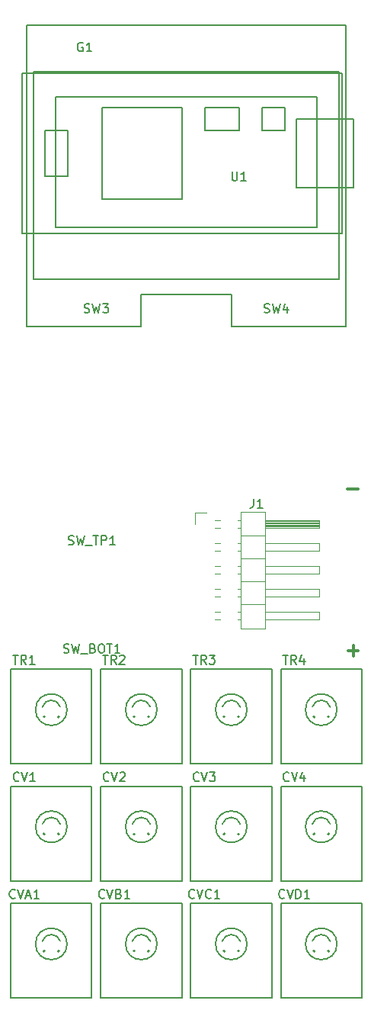
<source format=gbr>
G04 #@! TF.FileFunction,Legend,Top*
%FSLAX46Y46*%
G04 Gerber Fmt 4.6, Leading zero omitted, Abs format (unit mm)*
G04 Created by KiCad (PCBNEW 4.0.6) date 2018 February 05, Monday 13:52:32*
%MOMM*%
%LPD*%
G01*
G04 APERTURE LIST*
%ADD10C,0.100000*%
%ADD11C,0.300000*%
%ADD12C,0.120000*%
%ADD13C,0.150000*%
%ADD14C,0.200000*%
G04 APERTURE END LIST*
D10*
D11*
X39121428Y-69457143D02*
X37978571Y-69457143D01*
X38550000Y-70028571D02*
X38550000Y-68885714D01*
X39071428Y-51507143D02*
X37928571Y-51507143D01*
D12*
X26050000Y-54030000D02*
X26050000Y-56690000D01*
X26050000Y-56690000D02*
X28790000Y-56690000D01*
X28790000Y-56690000D02*
X28790000Y-54030000D01*
X28790000Y-54030000D02*
X26050000Y-54030000D01*
X28790000Y-54980000D02*
X28790000Y-55860000D01*
X28790000Y-55860000D02*
X34790000Y-55860000D01*
X34790000Y-55860000D02*
X34790000Y-54980000D01*
X34790000Y-54980000D02*
X28790000Y-54980000D01*
X25740000Y-54980000D02*
X26050000Y-54980000D01*
X25740000Y-55860000D02*
X26050000Y-55860000D01*
X23200000Y-54980000D02*
X23800000Y-54980000D01*
X23200000Y-55860000D02*
X23800000Y-55860000D01*
X28790000Y-55100000D02*
X34790000Y-55100000D01*
X28790000Y-55220000D02*
X34790000Y-55220000D01*
X28790000Y-55340000D02*
X34790000Y-55340000D01*
X28790000Y-55460000D02*
X34790000Y-55460000D01*
X28790000Y-55580000D02*
X34790000Y-55580000D01*
X28790000Y-55700000D02*
X34790000Y-55700000D01*
X28790000Y-55820000D02*
X34790000Y-55820000D01*
X26050000Y-56690000D02*
X26050000Y-59230000D01*
X26050000Y-59230000D02*
X28790000Y-59230000D01*
X28790000Y-59230000D02*
X28790000Y-56690000D01*
X28790000Y-56690000D02*
X26050000Y-56690000D01*
X28790000Y-57520000D02*
X28790000Y-58400000D01*
X28790000Y-58400000D02*
X34790000Y-58400000D01*
X34790000Y-58400000D02*
X34790000Y-57520000D01*
X34790000Y-57520000D02*
X28790000Y-57520000D01*
X25740000Y-57520000D02*
X26050000Y-57520000D01*
X25740000Y-58400000D02*
X26050000Y-58400000D01*
X23200000Y-57520000D02*
X23800000Y-57520000D01*
X23200000Y-58400000D02*
X23800000Y-58400000D01*
X26050000Y-59230000D02*
X26050000Y-61770000D01*
X26050000Y-61770000D02*
X28790000Y-61770000D01*
X28790000Y-61770000D02*
X28790000Y-59230000D01*
X28790000Y-59230000D02*
X26050000Y-59230000D01*
X28790000Y-60060000D02*
X28790000Y-60940000D01*
X28790000Y-60940000D02*
X34790000Y-60940000D01*
X34790000Y-60940000D02*
X34790000Y-60060000D01*
X34790000Y-60060000D02*
X28790000Y-60060000D01*
X25740000Y-60060000D02*
X26050000Y-60060000D01*
X25740000Y-60940000D02*
X26050000Y-60940000D01*
X23200000Y-60060000D02*
X23800000Y-60060000D01*
X23200000Y-60940000D02*
X23800000Y-60940000D01*
X26050000Y-61770000D02*
X26050000Y-64310000D01*
X26050000Y-64310000D02*
X28790000Y-64310000D01*
X28790000Y-64310000D02*
X28790000Y-61770000D01*
X28790000Y-61770000D02*
X26050000Y-61770000D01*
X28790000Y-62600000D02*
X28790000Y-63480000D01*
X28790000Y-63480000D02*
X34790000Y-63480000D01*
X34790000Y-63480000D02*
X34790000Y-62600000D01*
X34790000Y-62600000D02*
X28790000Y-62600000D01*
X25740000Y-62600000D02*
X26050000Y-62600000D01*
X25740000Y-63480000D02*
X26050000Y-63480000D01*
X23200000Y-62600000D02*
X23800000Y-62600000D01*
X23200000Y-63480000D02*
X23800000Y-63480000D01*
X26050000Y-64310000D02*
X26050000Y-66970000D01*
X26050000Y-66970000D02*
X28790000Y-66970000D01*
X28790000Y-66970000D02*
X28790000Y-64310000D01*
X28790000Y-64310000D02*
X26050000Y-64310000D01*
X28790000Y-65140000D02*
X28790000Y-66020000D01*
X28790000Y-66020000D02*
X34790000Y-66020000D01*
X34790000Y-66020000D02*
X34790000Y-65140000D01*
X34790000Y-65140000D02*
X28790000Y-65140000D01*
X25740000Y-65140000D02*
X26050000Y-65140000D01*
X25740000Y-66020000D02*
X26050000Y-66020000D01*
X23200000Y-65140000D02*
X23800000Y-65140000D01*
X23200000Y-66020000D02*
X23800000Y-66020000D01*
X20960000Y-55420000D02*
X20960000Y-54150000D01*
X20960000Y-54150000D02*
X22230000Y-54150000D01*
D13*
X37280000Y-10490000D02*
X38550000Y-10490000D01*
X38550000Y-10490000D02*
X38550000Y-18110000D01*
X38550000Y-18110000D02*
X37280000Y-18110000D01*
X25850000Y-9220000D02*
X22040000Y-9220000D01*
X22040000Y-9220000D02*
X22040000Y-11760000D01*
X22040000Y-11760000D02*
X25850000Y-11760000D01*
X25850000Y-11760000D02*
X25850000Y-9220000D01*
X32200000Y-10490000D02*
X32200000Y-18110000D01*
X32200000Y-18110000D02*
X37280000Y-18110000D01*
X32200000Y-10490000D02*
X37280000Y-10490000D01*
X30930000Y-9220000D02*
X28390000Y-9220000D01*
X28390000Y-9220000D02*
X28390000Y-11760000D01*
X28390000Y-11760000D02*
X30930000Y-11760000D01*
X30930000Y-11760000D02*
X30930000Y-9220000D01*
X4260000Y-16840000D02*
X4260000Y-11760000D01*
X4260000Y-11760000D02*
X6800000Y-11760000D01*
X6800000Y-11760000D02*
X6800000Y-16840000D01*
X6800000Y-16840000D02*
X4260000Y-16840000D01*
X10610000Y-9220000D02*
X10610000Y-19380000D01*
X19500000Y-19380000D02*
X19500000Y-9220000D01*
X10610000Y-19380000D02*
X19500000Y-19380000D01*
X10610000Y-9220000D02*
X19500000Y-9220000D01*
X37280000Y-23190000D02*
X1720000Y-23190000D01*
X1720000Y-23190000D02*
X1720000Y-5410000D01*
X1720000Y-5410000D02*
X37280000Y-5410000D01*
X37280000Y-5410000D02*
X37280000Y-23190000D01*
X6000000Y-75700000D02*
G75*
G03X4000000Y-75700000I-1000000J-300000D01*
G01*
D14*
X4300000Y-76800000D02*
G75*
G03X4300000Y-76800000I-100000J0D01*
G01*
X5900000Y-76800000D02*
G75*
G03X5900000Y-76800000I-100000J0D01*
G01*
D13*
X6750000Y-76000000D02*
G75*
G03X6750000Y-76000000I-1750000J0D01*
G01*
X9500000Y-82000000D02*
X500000Y-82000000D01*
X500000Y-82000000D02*
X500000Y-71500000D01*
X500000Y-71500000D02*
X9500000Y-71500000D01*
X9500000Y-71500000D02*
X9500000Y-82000000D01*
X16000000Y-75700000D02*
G75*
G03X14000000Y-75700000I-1000000J-300000D01*
G01*
D14*
X14300000Y-76800000D02*
G75*
G03X14300000Y-76800000I-100000J0D01*
G01*
X15900000Y-76800000D02*
G75*
G03X15900000Y-76800000I-100000J0D01*
G01*
D13*
X16750000Y-76000000D02*
G75*
G03X16750000Y-76000000I-1750000J0D01*
G01*
X19500000Y-82000000D02*
X10500000Y-82000000D01*
X10500000Y-82000000D02*
X10500000Y-71500000D01*
X10500000Y-71500000D02*
X19500000Y-71500000D01*
X19500000Y-71500000D02*
X19500000Y-82000000D01*
X26000000Y-75700000D02*
G75*
G03X24000000Y-75700000I-1000000J-300000D01*
G01*
D14*
X24300000Y-76800000D02*
G75*
G03X24300000Y-76800000I-100000J0D01*
G01*
X25900000Y-76800000D02*
G75*
G03X25900000Y-76800000I-100000J0D01*
G01*
D13*
X26750000Y-76000000D02*
G75*
G03X26750000Y-76000000I-1750000J0D01*
G01*
X29500000Y-82000000D02*
X20500000Y-82000000D01*
X20500000Y-82000000D02*
X20500000Y-71500000D01*
X20500000Y-71500000D02*
X29500000Y-71500000D01*
X29500000Y-71500000D02*
X29500000Y-82000000D01*
X36000000Y-75700000D02*
G75*
G03X34000000Y-75700000I-1000000J-300000D01*
G01*
D14*
X34300000Y-76800000D02*
G75*
G03X34300000Y-76800000I-100000J0D01*
G01*
X35900000Y-76800000D02*
G75*
G03X35900000Y-76800000I-100000J0D01*
G01*
D13*
X36750000Y-76000000D02*
G75*
G03X36750000Y-76000000I-1750000J0D01*
G01*
X39500000Y-82000000D02*
X30500000Y-82000000D01*
X30500000Y-82000000D02*
X30500000Y-71500000D01*
X30500000Y-71500000D02*
X39500000Y-71500000D01*
X39500000Y-71500000D02*
X39500000Y-82000000D01*
X6000000Y-88700000D02*
G75*
G03X4000000Y-88700000I-1000000J-300000D01*
G01*
D14*
X4300000Y-89800000D02*
G75*
G03X4300000Y-89800000I-100000J0D01*
G01*
X5900000Y-89800000D02*
G75*
G03X5900000Y-89800000I-100000J0D01*
G01*
D13*
X6750000Y-89000000D02*
G75*
G03X6750000Y-89000000I-1750000J0D01*
G01*
X9500000Y-95000000D02*
X500000Y-95000000D01*
X500000Y-95000000D02*
X500000Y-84500000D01*
X500000Y-84500000D02*
X9500000Y-84500000D01*
X9500000Y-84500000D02*
X9500000Y-95000000D01*
X16000000Y-88700000D02*
G75*
G03X14000000Y-88700000I-1000000J-300000D01*
G01*
D14*
X14300000Y-89800000D02*
G75*
G03X14300000Y-89800000I-100000J0D01*
G01*
X15900000Y-89800000D02*
G75*
G03X15900000Y-89800000I-100000J0D01*
G01*
D13*
X16750000Y-89000000D02*
G75*
G03X16750000Y-89000000I-1750000J0D01*
G01*
X19500000Y-95000000D02*
X10500000Y-95000000D01*
X10500000Y-95000000D02*
X10500000Y-84500000D01*
X10500000Y-84500000D02*
X19500000Y-84500000D01*
X19500000Y-84500000D02*
X19500000Y-95000000D01*
X26000000Y-88700000D02*
G75*
G03X24000000Y-88700000I-1000000J-300000D01*
G01*
D14*
X24300000Y-89800000D02*
G75*
G03X24300000Y-89800000I-100000J0D01*
G01*
X25900000Y-89800000D02*
G75*
G03X25900000Y-89800000I-100000J0D01*
G01*
D13*
X26750000Y-89000000D02*
G75*
G03X26750000Y-89000000I-1750000J0D01*
G01*
X29500000Y-95000000D02*
X20500000Y-95000000D01*
X20500000Y-95000000D02*
X20500000Y-84500000D01*
X20500000Y-84500000D02*
X29500000Y-84500000D01*
X29500000Y-84500000D02*
X29500000Y-95000000D01*
X36000000Y-88700000D02*
G75*
G03X34000000Y-88700000I-1000000J-300000D01*
G01*
D14*
X34300000Y-89800000D02*
G75*
G03X34300000Y-89800000I-100000J0D01*
G01*
X35900000Y-89800000D02*
G75*
G03X35900000Y-89800000I-100000J0D01*
G01*
D13*
X36750000Y-89000000D02*
G75*
G03X36750000Y-89000000I-1750000J0D01*
G01*
X39500000Y-95000000D02*
X30500000Y-95000000D01*
X30500000Y-95000000D02*
X30500000Y-84500000D01*
X30500000Y-84500000D02*
X39500000Y-84500000D01*
X39500000Y-84500000D02*
X39500000Y-95000000D01*
X6000000Y-101700000D02*
G75*
G03X4000000Y-101700000I-1000000J-300000D01*
G01*
D14*
X4300000Y-102800000D02*
G75*
G03X4300000Y-102800000I-100000J0D01*
G01*
X5900000Y-102800000D02*
G75*
G03X5900000Y-102800000I-100000J0D01*
G01*
D13*
X6750000Y-102000000D02*
G75*
G03X6750000Y-102000000I-1750000J0D01*
G01*
X9500000Y-108000000D02*
X500000Y-108000000D01*
X500000Y-108000000D02*
X500000Y-97500000D01*
X500000Y-97500000D02*
X9500000Y-97500000D01*
X9500000Y-97500000D02*
X9500000Y-108000000D01*
X16000000Y-101700000D02*
G75*
G03X14000000Y-101700000I-1000000J-300000D01*
G01*
D14*
X14300000Y-102800000D02*
G75*
G03X14300000Y-102800000I-100000J0D01*
G01*
X15900000Y-102800000D02*
G75*
G03X15900000Y-102800000I-100000J0D01*
G01*
D13*
X16750000Y-102000000D02*
G75*
G03X16750000Y-102000000I-1750000J0D01*
G01*
X19500000Y-108000000D02*
X10500000Y-108000000D01*
X10500000Y-108000000D02*
X10500000Y-97500000D01*
X10500000Y-97500000D02*
X19500000Y-97500000D01*
X19500000Y-97500000D02*
X19500000Y-108000000D01*
X26000000Y-101700000D02*
G75*
G03X24000000Y-101700000I-1000000J-300000D01*
G01*
D14*
X24300000Y-102800000D02*
G75*
G03X24300000Y-102800000I-100000J0D01*
G01*
X25900000Y-102800000D02*
G75*
G03X25900000Y-102800000I-100000J0D01*
G01*
D13*
X26750000Y-102000000D02*
G75*
G03X26750000Y-102000000I-1750000J0D01*
G01*
X29500000Y-108000000D02*
X20500000Y-108000000D01*
X20500000Y-108000000D02*
X20500000Y-97500000D01*
X20500000Y-97500000D02*
X29500000Y-97500000D01*
X29500000Y-97500000D02*
X29500000Y-108000000D01*
X36000000Y-101700000D02*
G75*
G03X34000000Y-101700000I-1000000J-300000D01*
G01*
D14*
X34300000Y-102800000D02*
G75*
G03X34300000Y-102800000I-100000J0D01*
G01*
X35900000Y-102800000D02*
G75*
G03X35900000Y-102800000I-100000J0D01*
G01*
D13*
X36750000Y-102000000D02*
G75*
G03X36750000Y-102000000I-1750000J0D01*
G01*
X39500000Y-108000000D02*
X30500000Y-108000000D01*
X30500000Y-108000000D02*
X30500000Y-97500000D01*
X30500000Y-97500000D02*
X39500000Y-97500000D01*
X39500000Y-97500000D02*
X39500000Y-108000000D01*
X5500000Y-22500000D02*
X34500000Y-22500000D01*
X2300000Y0D02*
X2300000Y-33500000D01*
X37700000Y0D02*
X37700000Y-33500000D01*
X5500000Y-8000000D02*
X34500000Y-8000000D01*
X5500000Y-8000000D02*
X5500000Y-22500000D01*
X34500000Y-8000000D02*
X34500000Y-22500000D01*
X2300000Y0D02*
X37700000Y0D01*
X2300000Y-33500000D02*
X15000000Y-33500000D01*
X37000000Y-5200000D02*
X37000000Y-28200000D01*
X3000000Y-28200000D02*
X37000000Y-28200000D01*
X3000000Y-5200000D02*
X3000000Y-28200000D01*
X3000000Y-5200000D02*
X37000000Y-5200000D01*
X15000000Y-29900000D02*
X25000000Y-29900000D01*
X15000000Y-29900000D02*
X15000000Y-33500000D01*
X25000000Y-33500000D02*
X25000000Y-29900000D01*
X37700000Y-33500000D02*
X25000000Y-33500000D01*
X27481667Y-52602381D02*
X27481667Y-53316667D01*
X27434047Y-53459524D01*
X27338809Y-53554762D01*
X27195952Y-53602381D01*
X27100714Y-53602381D01*
X28481667Y-53602381D02*
X27910238Y-53602381D01*
X28195952Y-53602381D02*
X28195952Y-52602381D01*
X28100714Y-52745238D01*
X28005476Y-52840476D01*
X27910238Y-52888095D01*
X25088095Y-16292381D02*
X25088095Y-17101905D01*
X25135714Y-17197143D01*
X25183333Y-17244762D01*
X25278571Y-17292381D01*
X25469048Y-17292381D01*
X25564286Y-17244762D01*
X25611905Y-17197143D01*
X25659524Y-17101905D01*
X25659524Y-16292381D01*
X26659524Y-17292381D02*
X26088095Y-17292381D01*
X26373809Y-17292381D02*
X26373809Y-16292381D01*
X26278571Y-16435238D01*
X26183333Y-16530476D01*
X26088095Y-16578095D01*
X28666667Y-31904762D02*
X28809524Y-31952381D01*
X29047620Y-31952381D01*
X29142858Y-31904762D01*
X29190477Y-31857143D01*
X29238096Y-31761905D01*
X29238096Y-31666667D01*
X29190477Y-31571429D01*
X29142858Y-31523810D01*
X29047620Y-31476190D01*
X28857143Y-31428571D01*
X28761905Y-31380952D01*
X28714286Y-31333333D01*
X28666667Y-31238095D01*
X28666667Y-31142857D01*
X28714286Y-31047619D01*
X28761905Y-31000000D01*
X28857143Y-30952381D01*
X29095239Y-30952381D01*
X29238096Y-31000000D01*
X29571429Y-30952381D02*
X29809524Y-31952381D01*
X30000001Y-31238095D01*
X30190477Y-31952381D01*
X30428572Y-30952381D01*
X31238096Y-31285714D02*
X31238096Y-31952381D01*
X31000000Y-30904762D02*
X30761905Y-31619048D01*
X31380953Y-31619048D01*
X8666667Y-31904762D02*
X8809524Y-31952381D01*
X9047620Y-31952381D01*
X9142858Y-31904762D01*
X9190477Y-31857143D01*
X9238096Y-31761905D01*
X9238096Y-31666667D01*
X9190477Y-31571429D01*
X9142858Y-31523810D01*
X9047620Y-31476190D01*
X8857143Y-31428571D01*
X8761905Y-31380952D01*
X8714286Y-31333333D01*
X8666667Y-31238095D01*
X8666667Y-31142857D01*
X8714286Y-31047619D01*
X8761905Y-31000000D01*
X8857143Y-30952381D01*
X9095239Y-30952381D01*
X9238096Y-31000000D01*
X9571429Y-30952381D02*
X9809524Y-31952381D01*
X10000001Y-31238095D01*
X10190477Y-31952381D01*
X10428572Y-30952381D01*
X10714286Y-30952381D02*
X11333334Y-30952381D01*
X11000000Y-31333333D01*
X11142858Y-31333333D01*
X11238096Y-31380952D01*
X11285715Y-31428571D01*
X11333334Y-31523810D01*
X11333334Y-31761905D01*
X11285715Y-31857143D01*
X11238096Y-31904762D01*
X11142858Y-31952381D01*
X10857143Y-31952381D01*
X10761905Y-31904762D01*
X10714286Y-31857143D01*
X738095Y-69952381D02*
X1309524Y-69952381D01*
X1023809Y-70952381D02*
X1023809Y-69952381D01*
X2214286Y-70952381D02*
X1880952Y-70476190D01*
X1642857Y-70952381D02*
X1642857Y-69952381D01*
X2023810Y-69952381D01*
X2119048Y-70000000D01*
X2166667Y-70047619D01*
X2214286Y-70142857D01*
X2214286Y-70285714D01*
X2166667Y-70380952D01*
X2119048Y-70428571D01*
X2023810Y-70476190D01*
X1642857Y-70476190D01*
X3166667Y-70952381D02*
X2595238Y-70952381D01*
X2880952Y-70952381D02*
X2880952Y-69952381D01*
X2785714Y-70095238D01*
X2690476Y-70190476D01*
X2595238Y-70238095D01*
X10738095Y-69952381D02*
X11309524Y-69952381D01*
X11023809Y-70952381D02*
X11023809Y-69952381D01*
X12214286Y-70952381D02*
X11880952Y-70476190D01*
X11642857Y-70952381D02*
X11642857Y-69952381D01*
X12023810Y-69952381D01*
X12119048Y-70000000D01*
X12166667Y-70047619D01*
X12214286Y-70142857D01*
X12214286Y-70285714D01*
X12166667Y-70380952D01*
X12119048Y-70428571D01*
X12023810Y-70476190D01*
X11642857Y-70476190D01*
X12595238Y-70047619D02*
X12642857Y-70000000D01*
X12738095Y-69952381D01*
X12976191Y-69952381D01*
X13071429Y-70000000D01*
X13119048Y-70047619D01*
X13166667Y-70142857D01*
X13166667Y-70238095D01*
X13119048Y-70380952D01*
X12547619Y-70952381D01*
X13166667Y-70952381D01*
X20738095Y-69952381D02*
X21309524Y-69952381D01*
X21023809Y-70952381D02*
X21023809Y-69952381D01*
X22214286Y-70952381D02*
X21880952Y-70476190D01*
X21642857Y-70952381D02*
X21642857Y-69952381D01*
X22023810Y-69952381D01*
X22119048Y-70000000D01*
X22166667Y-70047619D01*
X22214286Y-70142857D01*
X22214286Y-70285714D01*
X22166667Y-70380952D01*
X22119048Y-70428571D01*
X22023810Y-70476190D01*
X21642857Y-70476190D01*
X22547619Y-69952381D02*
X23166667Y-69952381D01*
X22833333Y-70333333D01*
X22976191Y-70333333D01*
X23071429Y-70380952D01*
X23119048Y-70428571D01*
X23166667Y-70523810D01*
X23166667Y-70761905D01*
X23119048Y-70857143D01*
X23071429Y-70904762D01*
X22976191Y-70952381D01*
X22690476Y-70952381D01*
X22595238Y-70904762D01*
X22547619Y-70857143D01*
X30738095Y-69952381D02*
X31309524Y-69952381D01*
X31023809Y-70952381D02*
X31023809Y-69952381D01*
X32214286Y-70952381D02*
X31880952Y-70476190D01*
X31642857Y-70952381D02*
X31642857Y-69952381D01*
X32023810Y-69952381D01*
X32119048Y-70000000D01*
X32166667Y-70047619D01*
X32214286Y-70142857D01*
X32214286Y-70285714D01*
X32166667Y-70380952D01*
X32119048Y-70428571D01*
X32023810Y-70476190D01*
X31642857Y-70476190D01*
X33071429Y-70285714D02*
X33071429Y-70952381D01*
X32833333Y-69904762D02*
X32595238Y-70619048D01*
X33214286Y-70619048D01*
X1404762Y-83857143D02*
X1357143Y-83904762D01*
X1214286Y-83952381D01*
X1119048Y-83952381D01*
X976190Y-83904762D01*
X880952Y-83809524D01*
X833333Y-83714286D01*
X785714Y-83523810D01*
X785714Y-83380952D01*
X833333Y-83190476D01*
X880952Y-83095238D01*
X976190Y-83000000D01*
X1119048Y-82952381D01*
X1214286Y-82952381D01*
X1357143Y-83000000D01*
X1404762Y-83047619D01*
X1690476Y-82952381D02*
X2023809Y-83952381D01*
X2357143Y-82952381D01*
X3214286Y-83952381D02*
X2642857Y-83952381D01*
X2928571Y-83952381D02*
X2928571Y-82952381D01*
X2833333Y-83095238D01*
X2738095Y-83190476D01*
X2642857Y-83238095D01*
X11404762Y-83857143D02*
X11357143Y-83904762D01*
X11214286Y-83952381D01*
X11119048Y-83952381D01*
X10976190Y-83904762D01*
X10880952Y-83809524D01*
X10833333Y-83714286D01*
X10785714Y-83523810D01*
X10785714Y-83380952D01*
X10833333Y-83190476D01*
X10880952Y-83095238D01*
X10976190Y-83000000D01*
X11119048Y-82952381D01*
X11214286Y-82952381D01*
X11357143Y-83000000D01*
X11404762Y-83047619D01*
X11690476Y-82952381D02*
X12023809Y-83952381D01*
X12357143Y-82952381D01*
X12642857Y-83047619D02*
X12690476Y-83000000D01*
X12785714Y-82952381D01*
X13023810Y-82952381D01*
X13119048Y-83000000D01*
X13166667Y-83047619D01*
X13214286Y-83142857D01*
X13214286Y-83238095D01*
X13166667Y-83380952D01*
X12595238Y-83952381D01*
X13214286Y-83952381D01*
X21404762Y-83857143D02*
X21357143Y-83904762D01*
X21214286Y-83952381D01*
X21119048Y-83952381D01*
X20976190Y-83904762D01*
X20880952Y-83809524D01*
X20833333Y-83714286D01*
X20785714Y-83523810D01*
X20785714Y-83380952D01*
X20833333Y-83190476D01*
X20880952Y-83095238D01*
X20976190Y-83000000D01*
X21119048Y-82952381D01*
X21214286Y-82952381D01*
X21357143Y-83000000D01*
X21404762Y-83047619D01*
X21690476Y-82952381D02*
X22023809Y-83952381D01*
X22357143Y-82952381D01*
X22595238Y-82952381D02*
X23214286Y-82952381D01*
X22880952Y-83333333D01*
X23023810Y-83333333D01*
X23119048Y-83380952D01*
X23166667Y-83428571D01*
X23214286Y-83523810D01*
X23214286Y-83761905D01*
X23166667Y-83857143D01*
X23119048Y-83904762D01*
X23023810Y-83952381D01*
X22738095Y-83952381D01*
X22642857Y-83904762D01*
X22595238Y-83857143D01*
X31404762Y-83857143D02*
X31357143Y-83904762D01*
X31214286Y-83952381D01*
X31119048Y-83952381D01*
X30976190Y-83904762D01*
X30880952Y-83809524D01*
X30833333Y-83714286D01*
X30785714Y-83523810D01*
X30785714Y-83380952D01*
X30833333Y-83190476D01*
X30880952Y-83095238D01*
X30976190Y-83000000D01*
X31119048Y-82952381D01*
X31214286Y-82952381D01*
X31357143Y-83000000D01*
X31404762Y-83047619D01*
X31690476Y-82952381D02*
X32023809Y-83952381D01*
X32357143Y-82952381D01*
X33119048Y-83285714D02*
X33119048Y-83952381D01*
X32880952Y-82904762D02*
X32642857Y-83619048D01*
X33261905Y-83619048D01*
X976191Y-96857143D02*
X928572Y-96904762D01*
X785715Y-96952381D01*
X690477Y-96952381D01*
X547619Y-96904762D01*
X452381Y-96809524D01*
X404762Y-96714286D01*
X357143Y-96523810D01*
X357143Y-96380952D01*
X404762Y-96190476D01*
X452381Y-96095238D01*
X547619Y-96000000D01*
X690477Y-95952381D01*
X785715Y-95952381D01*
X928572Y-96000000D01*
X976191Y-96047619D01*
X1261905Y-95952381D02*
X1595238Y-96952381D01*
X1928572Y-95952381D01*
X2214286Y-96666667D02*
X2690477Y-96666667D01*
X2119048Y-96952381D02*
X2452381Y-95952381D01*
X2785715Y-96952381D01*
X3642858Y-96952381D02*
X3071429Y-96952381D01*
X3357143Y-96952381D02*
X3357143Y-95952381D01*
X3261905Y-96095238D01*
X3166667Y-96190476D01*
X3071429Y-96238095D01*
X10904762Y-96857143D02*
X10857143Y-96904762D01*
X10714286Y-96952381D01*
X10619048Y-96952381D01*
X10476190Y-96904762D01*
X10380952Y-96809524D01*
X10333333Y-96714286D01*
X10285714Y-96523810D01*
X10285714Y-96380952D01*
X10333333Y-96190476D01*
X10380952Y-96095238D01*
X10476190Y-96000000D01*
X10619048Y-95952381D01*
X10714286Y-95952381D01*
X10857143Y-96000000D01*
X10904762Y-96047619D01*
X11190476Y-95952381D02*
X11523809Y-96952381D01*
X11857143Y-95952381D01*
X12523810Y-96428571D02*
X12666667Y-96476190D01*
X12714286Y-96523810D01*
X12761905Y-96619048D01*
X12761905Y-96761905D01*
X12714286Y-96857143D01*
X12666667Y-96904762D01*
X12571429Y-96952381D01*
X12190476Y-96952381D01*
X12190476Y-95952381D01*
X12523810Y-95952381D01*
X12619048Y-96000000D01*
X12666667Y-96047619D01*
X12714286Y-96142857D01*
X12714286Y-96238095D01*
X12666667Y-96333333D01*
X12619048Y-96380952D01*
X12523810Y-96428571D01*
X12190476Y-96428571D01*
X13714286Y-96952381D02*
X13142857Y-96952381D01*
X13428571Y-96952381D02*
X13428571Y-95952381D01*
X13333333Y-96095238D01*
X13238095Y-96190476D01*
X13142857Y-96238095D01*
X20904762Y-96857143D02*
X20857143Y-96904762D01*
X20714286Y-96952381D01*
X20619048Y-96952381D01*
X20476190Y-96904762D01*
X20380952Y-96809524D01*
X20333333Y-96714286D01*
X20285714Y-96523810D01*
X20285714Y-96380952D01*
X20333333Y-96190476D01*
X20380952Y-96095238D01*
X20476190Y-96000000D01*
X20619048Y-95952381D01*
X20714286Y-95952381D01*
X20857143Y-96000000D01*
X20904762Y-96047619D01*
X21190476Y-95952381D02*
X21523809Y-96952381D01*
X21857143Y-95952381D01*
X22761905Y-96857143D02*
X22714286Y-96904762D01*
X22571429Y-96952381D01*
X22476191Y-96952381D01*
X22333333Y-96904762D01*
X22238095Y-96809524D01*
X22190476Y-96714286D01*
X22142857Y-96523810D01*
X22142857Y-96380952D01*
X22190476Y-96190476D01*
X22238095Y-96095238D01*
X22333333Y-96000000D01*
X22476191Y-95952381D01*
X22571429Y-95952381D01*
X22714286Y-96000000D01*
X22761905Y-96047619D01*
X23714286Y-96952381D02*
X23142857Y-96952381D01*
X23428571Y-96952381D02*
X23428571Y-95952381D01*
X23333333Y-96095238D01*
X23238095Y-96190476D01*
X23142857Y-96238095D01*
X30904762Y-96857143D02*
X30857143Y-96904762D01*
X30714286Y-96952381D01*
X30619048Y-96952381D01*
X30476190Y-96904762D01*
X30380952Y-96809524D01*
X30333333Y-96714286D01*
X30285714Y-96523810D01*
X30285714Y-96380952D01*
X30333333Y-96190476D01*
X30380952Y-96095238D01*
X30476190Y-96000000D01*
X30619048Y-95952381D01*
X30714286Y-95952381D01*
X30857143Y-96000000D01*
X30904762Y-96047619D01*
X31190476Y-95952381D02*
X31523809Y-96952381D01*
X31857143Y-95952381D01*
X32190476Y-96952381D02*
X32190476Y-95952381D01*
X32428571Y-95952381D01*
X32571429Y-96000000D01*
X32666667Y-96095238D01*
X32714286Y-96190476D01*
X32761905Y-96380952D01*
X32761905Y-96523810D01*
X32714286Y-96714286D01*
X32666667Y-96809524D01*
X32571429Y-96904762D01*
X32428571Y-96952381D01*
X32190476Y-96952381D01*
X33714286Y-96952381D02*
X33142857Y-96952381D01*
X33428571Y-96952381D02*
X33428571Y-95952381D01*
X33333333Y-96095238D01*
X33238095Y-96190476D01*
X33142857Y-96238095D01*
X6380952Y-69654762D02*
X6523809Y-69702381D01*
X6761905Y-69702381D01*
X6857143Y-69654762D01*
X6904762Y-69607143D01*
X6952381Y-69511905D01*
X6952381Y-69416667D01*
X6904762Y-69321429D01*
X6857143Y-69273810D01*
X6761905Y-69226190D01*
X6571428Y-69178571D01*
X6476190Y-69130952D01*
X6428571Y-69083333D01*
X6380952Y-68988095D01*
X6380952Y-68892857D01*
X6428571Y-68797619D01*
X6476190Y-68750000D01*
X6571428Y-68702381D01*
X6809524Y-68702381D01*
X6952381Y-68750000D01*
X7285714Y-68702381D02*
X7523809Y-69702381D01*
X7714286Y-68988095D01*
X7904762Y-69702381D01*
X8142857Y-68702381D01*
X8285714Y-69797619D02*
X9047619Y-69797619D01*
X9619048Y-69178571D02*
X9761905Y-69226190D01*
X9809524Y-69273810D01*
X9857143Y-69369048D01*
X9857143Y-69511905D01*
X9809524Y-69607143D01*
X9761905Y-69654762D01*
X9666667Y-69702381D01*
X9285714Y-69702381D01*
X9285714Y-68702381D01*
X9619048Y-68702381D01*
X9714286Y-68750000D01*
X9761905Y-68797619D01*
X9809524Y-68892857D01*
X9809524Y-68988095D01*
X9761905Y-69083333D01*
X9714286Y-69130952D01*
X9619048Y-69178571D01*
X9285714Y-69178571D01*
X10476190Y-68702381D02*
X10666667Y-68702381D01*
X10761905Y-68750000D01*
X10857143Y-68845238D01*
X10904762Y-69035714D01*
X10904762Y-69369048D01*
X10857143Y-69559524D01*
X10761905Y-69654762D01*
X10666667Y-69702381D01*
X10476190Y-69702381D01*
X10380952Y-69654762D01*
X10285714Y-69559524D01*
X10238095Y-69369048D01*
X10238095Y-69035714D01*
X10285714Y-68845238D01*
X10380952Y-68750000D01*
X10476190Y-68702381D01*
X11190476Y-68702381D02*
X11761905Y-68702381D01*
X11476190Y-69702381D02*
X11476190Y-68702381D01*
X12619048Y-69702381D02*
X12047619Y-69702381D01*
X12333333Y-69702381D02*
X12333333Y-68702381D01*
X12238095Y-68845238D01*
X12142857Y-68940476D01*
X12047619Y-68988095D01*
X6904762Y-57654762D02*
X7047619Y-57702381D01*
X7285715Y-57702381D01*
X7380953Y-57654762D01*
X7428572Y-57607143D01*
X7476191Y-57511905D01*
X7476191Y-57416667D01*
X7428572Y-57321429D01*
X7380953Y-57273810D01*
X7285715Y-57226190D01*
X7095238Y-57178571D01*
X7000000Y-57130952D01*
X6952381Y-57083333D01*
X6904762Y-56988095D01*
X6904762Y-56892857D01*
X6952381Y-56797619D01*
X7000000Y-56750000D01*
X7095238Y-56702381D01*
X7333334Y-56702381D01*
X7476191Y-56750000D01*
X7809524Y-56702381D02*
X8047619Y-57702381D01*
X8238096Y-56988095D01*
X8428572Y-57702381D01*
X8666667Y-56702381D01*
X8809524Y-57797619D02*
X9571429Y-57797619D01*
X9666667Y-56702381D02*
X10238096Y-56702381D01*
X9952381Y-57702381D02*
X9952381Y-56702381D01*
X10571429Y-57702381D02*
X10571429Y-56702381D01*
X10952382Y-56702381D01*
X11047620Y-56750000D01*
X11095239Y-56797619D01*
X11142858Y-56892857D01*
X11142858Y-57035714D01*
X11095239Y-57130952D01*
X11047620Y-57178571D01*
X10952382Y-57226190D01*
X10571429Y-57226190D01*
X12095239Y-57702381D02*
X11523810Y-57702381D01*
X11809524Y-57702381D02*
X11809524Y-56702381D01*
X11714286Y-56845238D01*
X11619048Y-56940476D01*
X11523810Y-56988095D01*
X8485715Y-2000000D02*
X8390477Y-1952381D01*
X8247620Y-1952381D01*
X8104762Y-2000000D01*
X8009524Y-2095238D01*
X7961905Y-2190476D01*
X7914286Y-2380952D01*
X7914286Y-2523810D01*
X7961905Y-2714286D01*
X8009524Y-2809524D01*
X8104762Y-2904762D01*
X8247620Y-2952381D01*
X8342858Y-2952381D01*
X8485715Y-2904762D01*
X8533334Y-2857143D01*
X8533334Y-2523810D01*
X8342858Y-2523810D01*
X9485715Y-2952381D02*
X8914286Y-2952381D01*
X9200000Y-2952381D02*
X9200000Y-1952381D01*
X9104762Y-2095238D01*
X9009524Y-2190476D01*
X8914286Y-2238095D01*
M02*

</source>
